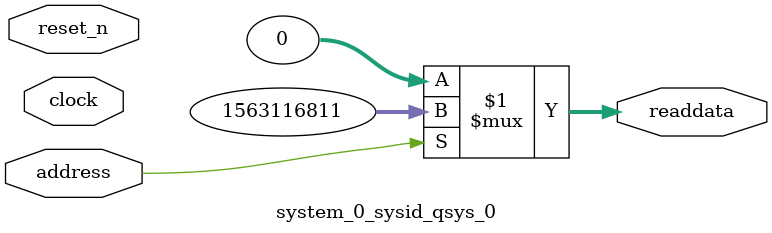
<source format=v>

`timescale 1ns / 1ps
// synthesis translate_on

// turn off superfluous verilog processor warnings 
// altera message_level Level1 
// altera message_off 10034 10035 10036 10037 10230 10240 10030 

module system_0_sysid_qsys_0 (
               // inputs:
                address,
                clock,
                reset_n,

               // outputs:
                readdata
             )
;

  output  [ 31: 0] readdata;
  input            address;
  input            clock;
  input            reset_n;

  wire    [ 31: 0] readdata;
  //control_slave, which is an e_avalon_slave
  assign readdata = address ? 1563116811 : 0;

endmodule




</source>
